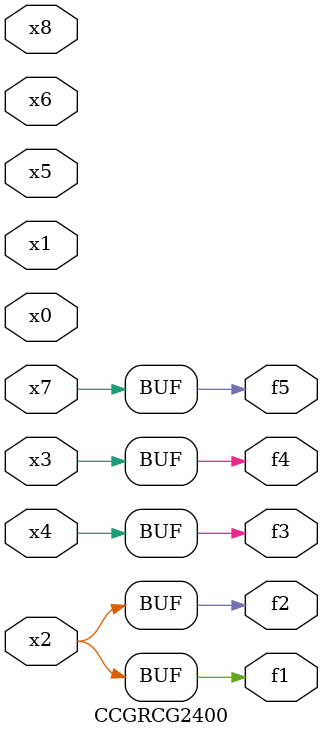
<source format=v>
module CCGRCG2400(
	input x0, x1, x2, x3, x4, x5, x6, x7, x8,
	output f1, f2, f3, f4, f5
);
	assign f1 = x2;
	assign f2 = x2;
	assign f3 = x4;
	assign f4 = x3;
	assign f5 = x7;
endmodule

</source>
